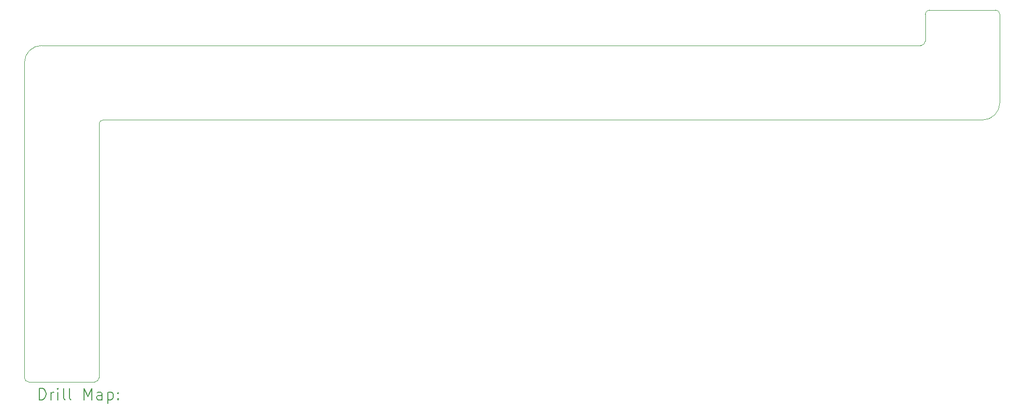
<source format=gbr>
%TF.GenerationSoftware,KiCad,Pcbnew,8.0.0*%
%TF.CreationDate,2024-03-09T16:47:25+00:00*%
%TF.ProjectId,ibm-model-m-flex-ribbon-cable,69626d2d-6d6f-4646-956c-2d6d2d666c65,rev?*%
%TF.SameCoordinates,Original*%
%TF.FileFunction,Drillmap*%
%TF.FilePolarity,Positive*%
%FSLAX45Y45*%
G04 Gerber Fmt 4.5, Leading zero omitted, Abs format (unit mm)*
G04 Created by KiCad (PCBNEW 8.0.0) date 2024-03-09 16:47:25*
%MOMM*%
%LPD*%
G01*
G04 APERTURE LIST*
%ADD10C,0.010000*%
%ADD11C,0.200000*%
G04 APERTURE END LIST*
D10*
X7070000Y-11665000D02*
G75*
G02*
X6995000Y-11590000I0J75000D01*
G01*
X22695000Y-5715000D02*
G75*
G02*
X22620000Y-5790000I-75000J0D01*
G01*
X22695000Y-5245000D02*
G75*
G02*
X22770000Y-5170000I75000J0D01*
G01*
X8295000Y-7165000D02*
G75*
G02*
X8370000Y-7090000I75000J0D01*
G01*
X7070000Y-11665000D02*
X8220000Y-11665000D01*
X8295000Y-11590000D02*
G75*
G02*
X8220000Y-11665000I-75000J0D01*
G01*
X6995000Y-6090000D02*
G75*
G02*
X7295000Y-5790000I300000J0D01*
G01*
X22695000Y-5245000D02*
X22695000Y-5715000D01*
X23995000Y-6790000D02*
X23995000Y-5245000D01*
X8370000Y-7090000D02*
X23695000Y-7090000D01*
X23920000Y-5170000D02*
G75*
G02*
X23995000Y-5245000I0J-75000D01*
G01*
X22770000Y-5170000D02*
X23920000Y-5170000D01*
X8295000Y-11590000D02*
X8295000Y-7165000D01*
X23995000Y-6790000D02*
G75*
G02*
X23695000Y-7090000I-300000J0D01*
G01*
X22620000Y-5790000D02*
X7295000Y-5790000D01*
X6995000Y-6090000D02*
X6995000Y-11590000D01*
D11*
X7255277Y-11976984D02*
X7255277Y-11776984D01*
X7255277Y-11776984D02*
X7302896Y-11776984D01*
X7302896Y-11776984D02*
X7331467Y-11786508D01*
X7331467Y-11786508D02*
X7350515Y-11805555D01*
X7350515Y-11805555D02*
X7360039Y-11824603D01*
X7360039Y-11824603D02*
X7369562Y-11862698D01*
X7369562Y-11862698D02*
X7369562Y-11891269D01*
X7369562Y-11891269D02*
X7360039Y-11929365D01*
X7360039Y-11929365D02*
X7350515Y-11948412D01*
X7350515Y-11948412D02*
X7331467Y-11967460D01*
X7331467Y-11967460D02*
X7302896Y-11976984D01*
X7302896Y-11976984D02*
X7255277Y-11976984D01*
X7455277Y-11976984D02*
X7455277Y-11843650D01*
X7455277Y-11881746D02*
X7464801Y-11862698D01*
X7464801Y-11862698D02*
X7474324Y-11853174D01*
X7474324Y-11853174D02*
X7493372Y-11843650D01*
X7493372Y-11843650D02*
X7512420Y-11843650D01*
X7579086Y-11976984D02*
X7579086Y-11843650D01*
X7579086Y-11776984D02*
X7569562Y-11786508D01*
X7569562Y-11786508D02*
X7579086Y-11796031D01*
X7579086Y-11796031D02*
X7588610Y-11786508D01*
X7588610Y-11786508D02*
X7579086Y-11776984D01*
X7579086Y-11776984D02*
X7579086Y-11796031D01*
X7702896Y-11976984D02*
X7683848Y-11967460D01*
X7683848Y-11967460D02*
X7674324Y-11948412D01*
X7674324Y-11948412D02*
X7674324Y-11776984D01*
X7807658Y-11976984D02*
X7788610Y-11967460D01*
X7788610Y-11967460D02*
X7779086Y-11948412D01*
X7779086Y-11948412D02*
X7779086Y-11776984D01*
X8036229Y-11976984D02*
X8036229Y-11776984D01*
X8036229Y-11776984D02*
X8102896Y-11919841D01*
X8102896Y-11919841D02*
X8169562Y-11776984D01*
X8169562Y-11776984D02*
X8169562Y-11976984D01*
X8350515Y-11976984D02*
X8350515Y-11872222D01*
X8350515Y-11872222D02*
X8340991Y-11853174D01*
X8340991Y-11853174D02*
X8321943Y-11843650D01*
X8321943Y-11843650D02*
X8283848Y-11843650D01*
X8283848Y-11843650D02*
X8264801Y-11853174D01*
X8350515Y-11967460D02*
X8331467Y-11976984D01*
X8331467Y-11976984D02*
X8283848Y-11976984D01*
X8283848Y-11976984D02*
X8264801Y-11967460D01*
X8264801Y-11967460D02*
X8255277Y-11948412D01*
X8255277Y-11948412D02*
X8255277Y-11929365D01*
X8255277Y-11929365D02*
X8264801Y-11910317D01*
X8264801Y-11910317D02*
X8283848Y-11900793D01*
X8283848Y-11900793D02*
X8331467Y-11900793D01*
X8331467Y-11900793D02*
X8350515Y-11891269D01*
X8445753Y-11843650D02*
X8445753Y-12043650D01*
X8445753Y-11853174D02*
X8464801Y-11843650D01*
X8464801Y-11843650D02*
X8502896Y-11843650D01*
X8502896Y-11843650D02*
X8521944Y-11853174D01*
X8521944Y-11853174D02*
X8531467Y-11862698D01*
X8531467Y-11862698D02*
X8540991Y-11881746D01*
X8540991Y-11881746D02*
X8540991Y-11938888D01*
X8540991Y-11938888D02*
X8531467Y-11957936D01*
X8531467Y-11957936D02*
X8521944Y-11967460D01*
X8521944Y-11967460D02*
X8502896Y-11976984D01*
X8502896Y-11976984D02*
X8464801Y-11976984D01*
X8464801Y-11976984D02*
X8445753Y-11967460D01*
X8626705Y-11957936D02*
X8636229Y-11967460D01*
X8636229Y-11967460D02*
X8626705Y-11976984D01*
X8626705Y-11976984D02*
X8617182Y-11967460D01*
X8617182Y-11967460D02*
X8626705Y-11957936D01*
X8626705Y-11957936D02*
X8626705Y-11976984D01*
X8626705Y-11853174D02*
X8636229Y-11862698D01*
X8636229Y-11862698D02*
X8626705Y-11872222D01*
X8626705Y-11872222D02*
X8617182Y-11862698D01*
X8617182Y-11862698D02*
X8626705Y-11853174D01*
X8626705Y-11853174D02*
X8626705Y-11872222D01*
M02*

</source>
